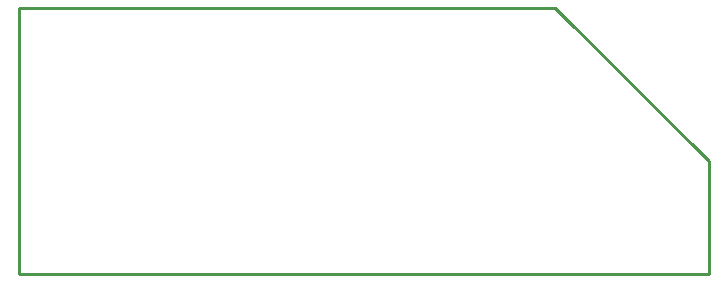
<source format=gbr>
G04 EAGLE Gerber RS-274X export*
G75*
%MOMM*%
%FSLAX34Y34*%
%LPD*%
%IN*%
%IPPOS*%
%AMOC8*
5,1,8,0,0,1.08239X$1,22.5*%
G01*
%ADD10C,0.254000*%


D10*
X0Y0D02*
X584000Y0D01*
X584000Y95450D01*
X454150Y225300D01*
X0Y225300D01*
X0Y0D01*
M02*

</source>
